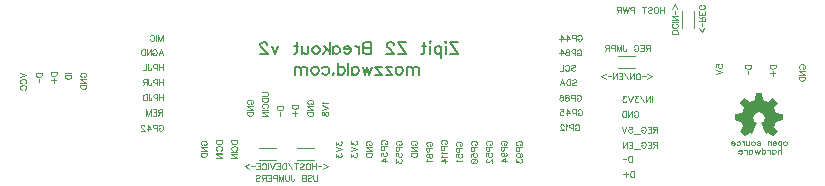
<source format=gbr>
G04 DipTrace 2.4.0.2*
%INBottomSilk.gbr*%
%MOIN*%
%ADD12C,0.003*%
%ADD38C,0.0039*%
%ADD91C,0.0062*%
%FSLAX44Y44*%
G04*
G70*
G90*
G75*
G01*
%LNBotSilk*%
%LPD*%
X13723Y5393D2*
D38*
X13163D1*
X13723Y4993D2*
X13163D1*
X14413D2*
X14973D1*
X14413Y5393D2*
X14973D1*
X27643Y9413D2*
Y9973D1*
X27243Y9413D2*
Y9973D1*
X25691Y8455D2*
X25130D1*
X25691Y8055D2*
X25130D1*
G36*
X29898Y6236D2*
X29945Y6264D1*
X29984Y6309D1*
X30004Y6360D1*
X30011Y6412D1*
X29998Y6479D1*
X29959Y6536D1*
X29902Y6579D1*
X29821Y6597D1*
X29742Y6579D1*
X29688Y6544D1*
X29648Y6483D1*
X29633Y6412D1*
X29642Y6352D1*
X29668Y6298D1*
X29701Y6263D1*
X29748Y6234D1*
X29586Y5870D1*
X29507Y5902D1*
X29339Y5792D1*
X29193Y5949D1*
X29305Y6121D1*
X29236Y6278D1*
X29031Y6320D1*
Y6529D1*
X29243Y6575D1*
X29310Y6724D1*
X29189Y6913D1*
X29333Y7059D1*
X29527Y6936D1*
X29674Y7002D1*
X29715Y7218D1*
X29929D1*
X29969Y6997D1*
X30119Y6938D1*
X30298Y7057D1*
X30453Y6914D1*
X30334Y6735D1*
X30405Y6580D1*
X30608Y6533D1*
Y6318D1*
X30405Y6271D1*
X30334Y6116D1*
X30453Y5938D1*
X30298Y5795D1*
X30131Y5902D1*
X30048Y5854D1*
X29898Y6236D1*
G37*
X9792Y8974D2*
D12*
Y9175D1*
X9869Y8974D1*
X9945Y9175D1*
Y8974D1*
X9731Y9175D2*
Y8974D1*
X9525Y9127D2*
X9535Y9146D1*
X9554Y9165D1*
X9573Y9175D1*
X9611D1*
X9631Y9165D1*
X9650Y9146D1*
X9659Y9127D1*
X9669Y9098D1*
Y9050D1*
X9659Y9022D1*
X9650Y9003D1*
X9631Y8984D1*
X9611Y8974D1*
X9573D1*
X9554Y8984D1*
X9535Y9003D1*
X9525Y9022D1*
X9808Y8493D2*
X9885Y8694D1*
X9962Y8493D1*
X9933Y8560D2*
X9837D1*
X9603Y8646D2*
X9613Y8665D1*
X9632Y8684D1*
X9651Y8694D1*
X9689D1*
X9708Y8684D1*
X9727Y8665D1*
X9737Y8646D1*
X9747Y8617D1*
Y8569D1*
X9737Y8541D1*
X9727Y8522D1*
X9708Y8503D1*
X9689Y8493D1*
X9651D1*
X9632Y8503D1*
X9613Y8522D1*
X9603Y8541D1*
Y8569D1*
X9651D1*
X9407Y8694D2*
Y8493D1*
X9541Y8694D1*
Y8493D1*
X9346Y8694D2*
Y8493D1*
X9279D1*
X9250Y8503D1*
X9231Y8522D1*
X9221Y8541D1*
X9212Y8569D1*
Y8617D1*
X9221Y8646D1*
X9231Y8665D1*
X9250Y8684D1*
X9279Y8694D1*
X9346D1*
X9940Y8186D2*
Y7985D1*
X9806Y8186D2*
Y7985D1*
X9940Y8091D2*
X9806D1*
X9744Y8081D2*
X9658D1*
X9629Y8091D1*
X9620Y8100D1*
X9610Y8119D1*
Y8148D1*
X9620Y8167D1*
X9629Y8177D1*
X9658Y8186D1*
X9744D1*
Y7985D1*
X9453Y8186D2*
Y8033D1*
X9462Y8005D1*
X9472Y7995D1*
X9491Y7985D1*
X9510D1*
X9529Y7995D1*
X9539Y8005D1*
X9548Y8033D1*
Y8052D1*
X9391Y8186D2*
Y7985D1*
X9276D1*
X9958Y7688D2*
Y7487D1*
X9824Y7688D2*
Y7487D1*
X9958Y7592D2*
X9824D1*
X9763Y7582D2*
X9676D1*
X9648Y7592D1*
X9638Y7602D1*
X9629Y7621D1*
Y7649D1*
X9638Y7668D1*
X9648Y7678D1*
X9676Y7688D1*
X9763D1*
Y7487D1*
X9471Y7688D2*
Y7535D1*
X9481Y7506D1*
X9490Y7496D1*
X9509Y7487D1*
X9529D1*
X9548Y7496D1*
X9557Y7506D1*
X9567Y7535D1*
Y7554D1*
X9409Y7592D2*
X9323D1*
X9295Y7602D1*
X9285Y7611D1*
X9275Y7630D1*
Y7649D1*
X9285Y7668D1*
X9295Y7678D1*
X9323Y7688D1*
X9409D1*
Y7487D1*
X9342Y7592D2*
X9275Y7487D1*
X9960Y7187D2*
Y6986D1*
X9826Y7187D2*
Y6986D1*
X9960Y7091D2*
X9826D1*
X9764Y7081D2*
X9678D1*
X9649Y7091D1*
X9640Y7101D1*
X9630Y7120D1*
Y7148D1*
X9640Y7167D1*
X9649Y7177D1*
X9678Y7187D1*
X9764D1*
Y6986D1*
X9473Y7187D2*
Y7034D1*
X9482Y7005D1*
X9492Y6995D1*
X9511Y6986D1*
X9530D1*
X9549Y6995D1*
X9559Y7005D1*
X9568Y7034D1*
Y7053D1*
X9411Y7187D2*
Y6986D1*
X9344D1*
X9315Y6995D1*
X9296Y7014D1*
X9286Y7034D1*
X9277Y7062D1*
Y7110D1*
X9286Y7139D1*
X9296Y7158D1*
X9315Y7177D1*
X9344Y7187D1*
X9411D1*
X9929Y6589D2*
X9843D1*
X9814Y6599D1*
X9805Y6608D1*
X9795Y6627D1*
Y6646D1*
X9805Y6665D1*
X9814Y6675D1*
X9843Y6685D1*
X9929D1*
Y6484D1*
X9862Y6589D2*
X9795Y6484D1*
X9609Y6685D2*
X9733D1*
Y6484D1*
X9609D1*
X9733Y6589D2*
X9657D1*
X9394Y6484D2*
Y6685D1*
X9471Y6484D1*
X9547Y6685D1*
Y6484D1*
X9808Y6137D2*
X9818Y6156D1*
X9837Y6175D1*
X9856Y6184D1*
X9894D1*
X9913Y6175D1*
X9932Y6156D1*
X9942Y6137D1*
X9952Y6108D1*
Y6060D1*
X9942Y6031D1*
X9932Y6012D1*
X9913Y5993D1*
X9894Y5984D1*
X9856D1*
X9837Y5993D1*
X9818Y6012D1*
X9808Y6031D1*
Y6060D1*
X9856D1*
X9746Y6079D2*
X9660D1*
X9632Y6089D1*
X9622Y6098D1*
X9612Y6117D1*
Y6146D1*
X9622Y6165D1*
X9632Y6175D1*
X9660Y6184D1*
X9746D1*
Y5984D1*
X9455D2*
Y6184D1*
X9551Y6051D1*
X9407D1*
X9336Y6137D2*
Y6146D1*
X9326Y6165D1*
X9317Y6175D1*
X9298Y6184D1*
X9259D1*
X9240Y6175D1*
X9231Y6165D1*
X9221Y6146D1*
Y6127D1*
X9231Y6108D1*
X9250Y6079D1*
X9345Y5984D1*
X9212D1*
X11262Y5493D2*
X11243Y5503D1*
X11223Y5522D1*
X11214Y5541D1*
Y5579D1*
X11223Y5599D1*
X11243Y5618D1*
X11262Y5627D1*
X11290Y5637D1*
X11338D1*
X11367Y5627D1*
X11386Y5618D1*
X11405Y5599D1*
X11415Y5579D1*
Y5541D1*
X11405Y5522D1*
X11386Y5503D1*
X11367Y5493D1*
X11338D1*
Y5541D1*
X11214Y5298D2*
X11415D1*
X11214Y5432D1*
X11415D1*
X11214Y5236D2*
X11415D1*
Y5169D1*
X11405Y5140D1*
X11386Y5121D1*
X11367Y5111D1*
X11338Y5102D1*
X11290D1*
X11262Y5111D1*
X11243Y5121D1*
X11223Y5140D1*
X11214Y5169D1*
Y5236D1*
X11720Y5652D2*
X11921D1*
Y5585D1*
X11912Y5556D1*
X11893Y5537D1*
X11873Y5528D1*
X11845Y5518D1*
X11797D1*
X11768Y5528D1*
X11749Y5537D1*
X11730Y5556D1*
X11720Y5585D1*
Y5652D1*
X11768Y5313D2*
X11749Y5322D1*
X11730Y5342D1*
X11720Y5361D1*
Y5399D1*
X11730Y5418D1*
X11749Y5437D1*
X11768Y5447D1*
X11797Y5456D1*
X11845D1*
X11873Y5447D1*
X11893Y5437D1*
X11912Y5418D1*
X11921Y5399D1*
Y5361D1*
X11912Y5342D1*
X11893Y5322D1*
X11873Y5313D1*
X11720Y5251D2*
X11921D1*
X11720Y5055D2*
X11921D1*
X11720Y5189D1*
X11921D1*
X12232Y5654D2*
X12433D1*
Y5587D1*
X12423Y5558D1*
X12404Y5539D1*
X12385Y5529D1*
X12356Y5520D1*
X12308D1*
X12279Y5529D1*
X12260Y5539D1*
X12241Y5558D1*
X12232Y5587D1*
Y5654D1*
X12279Y5315D2*
X12260Y5324D1*
X12241Y5343D1*
X12232Y5362D1*
Y5401D1*
X12241Y5420D1*
X12260Y5439D1*
X12279Y5448D1*
X12308Y5458D1*
X12356D1*
X12385Y5448D1*
X12404Y5439D1*
X12423Y5420D1*
X12433Y5401D1*
Y5362D1*
X12423Y5343D1*
X12404Y5324D1*
X12385Y5315D1*
X12232Y5253D2*
X12433D1*
X12232Y5057D2*
X12433D1*
X12232Y5191D1*
X12433D1*
X12806Y6871D2*
X12787Y6880D1*
X12768Y6900D1*
X12758Y6919D1*
Y6957D1*
X12768Y6976D1*
X12787Y6995D1*
X12806Y7005D1*
X12835Y7014D1*
X12883D1*
X12911Y7005D1*
X12930Y6995D1*
X12950Y6976D1*
X12959Y6957D1*
Y6919D1*
X12950Y6900D1*
X12930Y6880D1*
X12911Y6871D1*
X12883D1*
Y6919D1*
X12758Y6675D2*
X12959D1*
X12758Y6809D1*
X12959D1*
X12758Y6613D2*
X12959D1*
Y6546D1*
X12950Y6518D1*
X12930Y6498D1*
X12911Y6489D1*
X12883Y6479D1*
X12835D1*
X12806Y6489D1*
X12787Y6498D1*
X12768Y6518D1*
X12758Y6546D1*
Y6613D1*
X13259Y7271D2*
X13402D1*
X13431Y7261D1*
X13450Y7242D1*
X13460Y7213D1*
Y7194D1*
X13450Y7166D1*
X13431Y7146D1*
X13402Y7137D1*
X13259D1*
Y7075D2*
X13460D1*
Y7008D1*
X13450Y6979D1*
X13431Y6960D1*
X13412Y6951D1*
X13383Y6941D1*
X13335D1*
X13307Y6951D1*
X13288Y6960D1*
X13268Y6979D1*
X13259Y7008D1*
Y7075D1*
X13307Y6736D2*
X13288Y6745D1*
X13268Y6765D1*
X13259Y6784D1*
Y6822D1*
X13268Y6841D1*
X13288Y6860D1*
X13307Y6870D1*
X13335Y6879D1*
X13383D1*
X13412Y6870D1*
X13431Y6860D1*
X13450Y6841D1*
X13460Y6822D1*
Y6784D1*
X13450Y6765D1*
X13431Y6745D1*
X13412Y6736D1*
X13259Y6674D2*
X13460D1*
X13259Y6478D2*
X13460D1*
X13259Y6612D1*
X13460D1*
X13751Y6787D2*
X13952D1*
Y6720D1*
X13942Y6692D1*
X13923Y6673D1*
X13904Y6663D1*
X13875Y6653D1*
X13827D1*
X13798Y6663D1*
X13779Y6673D1*
X13760Y6692D1*
X13751Y6720D1*
Y6787D1*
X13851Y6592D2*
Y6481D1*
X14249Y6843D2*
X14450D1*
Y6776D1*
X14440Y6747D1*
X14421Y6728D1*
X14402Y6718D1*
X14373Y6709D1*
X14325D1*
X14297Y6718D1*
X14277Y6728D1*
X14258Y6747D1*
X14249Y6776D1*
Y6843D1*
X14263Y6561D2*
X14435D1*
X14349Y6647D2*
Y6475D1*
X14814Y6858D2*
X14795Y6868D1*
X14776Y6887D1*
X14766Y6906D1*
Y6944D1*
X14776Y6963D1*
X14795Y6982D1*
X14814Y6992D1*
X14843Y7002D1*
X14891D1*
X14919Y6992D1*
X14939Y6982D1*
X14958Y6963D1*
X14967Y6944D1*
Y6906D1*
X14958Y6887D1*
X14939Y6868D1*
X14919Y6858D1*
X14891D1*
Y6906D1*
X14766Y6662D2*
X14967D1*
X14766Y6796D1*
X14967D1*
X14766Y6601D2*
X14967D1*
Y6534D1*
X14958Y6505D1*
X14939Y6486D1*
X14919Y6476D1*
X14891Y6467D1*
X14843D1*
X14814Y6476D1*
X14795Y6486D1*
X14776Y6505D1*
X14766Y6534D1*
Y6601D1*
X15298Y6935D2*
X15288Y6915D1*
X15260Y6887D1*
X15461D1*
X15260Y6825D2*
X15461Y6748D1*
X15260Y6672D1*
Y6562D2*
X15269Y6591D1*
X15288Y6601D1*
X15308D1*
X15327Y6591D1*
X15336Y6572D1*
X15346Y6534D1*
X15355Y6505D1*
X15375Y6486D1*
X15394Y6476D1*
X15422D1*
X15441Y6486D1*
X15451Y6495D1*
X15461Y6524D1*
Y6562D1*
X15451Y6591D1*
X15441Y6601D1*
X15422Y6610D1*
X15394D1*
X15375Y6601D1*
X15355Y6581D1*
X15346Y6553D1*
X15336Y6515D1*
X15327Y6495D1*
X15308Y6486D1*
X15288D1*
X15269Y6495D1*
X15260Y6524D1*
Y6562D1*
X15712Y5615D2*
Y5510D1*
X15789Y5567D1*
Y5539D1*
X15798Y5520D1*
X15808Y5510D1*
X15836Y5500D1*
X15855D1*
X15884Y5510D1*
X15903Y5529D1*
X15913Y5558D1*
Y5587D1*
X15903Y5615D1*
X15894Y5625D1*
X15875Y5634D1*
X15712Y5439D2*
X15913Y5362D1*
X15712Y5286D1*
Y5205D2*
Y5100D1*
X15789Y5157D1*
Y5128D1*
X15798Y5109D1*
X15808Y5100D1*
X15836Y5090D1*
X15855D1*
X15884Y5100D1*
X15903Y5119D1*
X15913Y5147D1*
Y5176D1*
X15903Y5205D1*
X15894Y5214D1*
X15875Y5224D1*
X16227Y5623D2*
Y5518D1*
X16303Y5575D1*
Y5547D1*
X16313Y5528D1*
X16323Y5518D1*
X16351Y5508D1*
X16370D1*
X16399Y5518D1*
X16418Y5537D1*
X16428Y5566D1*
Y5595D1*
X16418Y5623D1*
X16409Y5633D1*
X16389Y5642D1*
X16227Y5447D2*
X16428Y5370D1*
X16227Y5294D1*
Y5213D2*
Y5108D1*
X16303Y5165D1*
Y5136D1*
X16313Y5117D1*
X16323Y5108D1*
X16351Y5098D1*
X16370D1*
X16399Y5108D1*
X16418Y5127D1*
X16428Y5155D1*
Y5184D1*
X16418Y5213D1*
X16409Y5222D1*
X16389Y5232D1*
X16761Y5489D2*
X16742Y5498D1*
X16723Y5517D1*
X16714Y5536D1*
Y5575D1*
X16723Y5594D1*
X16742Y5613D1*
X16761Y5623D1*
X16790Y5632D1*
X16838D1*
X16867Y5623D1*
X16886Y5613D1*
X16905Y5594D1*
X16914Y5575D1*
Y5536D1*
X16905Y5517D1*
X16886Y5498D1*
X16867Y5489D1*
X16838D1*
Y5536D1*
X16714Y5293D2*
X16914D1*
X16714Y5427D1*
X16914D1*
X16714Y5231D2*
X16914D1*
Y5164D1*
X16905Y5135D1*
X16886Y5116D1*
X16867Y5107D1*
X16838Y5097D1*
X16790D1*
X16761Y5107D1*
X16742Y5116D1*
X16723Y5135D1*
X16714Y5164D1*
Y5231D1*
X17264Y5518D2*
X17245Y5527D1*
X17226Y5546D1*
X17217Y5565D1*
Y5604D1*
X17226Y5623D1*
X17245Y5642D1*
X17264Y5652D1*
X17293Y5661D1*
X17341D1*
X17370Y5652D1*
X17389Y5642D1*
X17408Y5623D1*
X17418Y5604D1*
Y5565D1*
X17408Y5546D1*
X17389Y5527D1*
X17370Y5518D1*
X17341D1*
Y5565D1*
X17322Y5456D2*
Y5370D1*
X17312Y5341D1*
X17303Y5332D1*
X17284Y5322D1*
X17255D1*
X17236Y5332D1*
X17226Y5341D1*
X17217Y5370D1*
Y5456D1*
X17418D1*
X17217Y5146D2*
Y5241D1*
X17303Y5251D1*
X17293Y5241D1*
X17284Y5212D1*
Y5184D1*
X17293Y5155D1*
X17312Y5136D1*
X17341Y5126D1*
X17360D1*
X17389Y5136D1*
X17408Y5155D1*
X17418Y5184D1*
Y5212D1*
X17408Y5241D1*
X17398Y5251D1*
X17379Y5260D1*
X17418Y4969D2*
X17217D1*
X17351Y5065D1*
Y4921D1*
X18272Y5494D2*
X18253Y5503D1*
X18234Y5522D1*
X18224Y5541D1*
Y5580D1*
X18234Y5599D1*
X18253Y5618D1*
X18272Y5628D1*
X18301Y5637D1*
X18349D1*
X18377Y5628D1*
X18396Y5618D1*
X18415Y5599D1*
X18425Y5580D1*
Y5541D1*
X18415Y5522D1*
X18396Y5503D1*
X18377Y5494D1*
X18349D1*
Y5541D1*
X18224Y5298D2*
X18425D1*
X18224Y5432D1*
X18425D1*
X18224Y5236D2*
X18425D1*
Y5169D1*
X18415Y5140D1*
X18396Y5121D1*
X18377Y5112D1*
X18349Y5102D1*
X18301D1*
X18272Y5112D1*
X18253Y5121D1*
X18234Y5140D1*
X18224Y5169D1*
Y5236D1*
X17761Y5494D2*
X17742Y5504D1*
X17722Y5523D1*
X17713Y5542D1*
Y5580D1*
X17722Y5600D1*
X17742Y5619D1*
X17761Y5628D1*
X17789Y5638D1*
X17837D1*
X17866Y5628D1*
X17885Y5619D1*
X17904Y5600D1*
X17914Y5580D1*
Y5542D1*
X17904Y5523D1*
X17885Y5504D1*
X17866Y5494D1*
X17837D1*
Y5542D1*
X17818Y5433D2*
Y5346D1*
X17809Y5318D1*
X17799Y5308D1*
X17780Y5299D1*
X17751D1*
X17732Y5308D1*
X17722Y5318D1*
X17713Y5346D1*
Y5433D1*
X17914D1*
X17713Y5122D2*
Y5218D1*
X17799Y5227D1*
X17790Y5218D1*
X17780Y5189D1*
Y5160D1*
X17790Y5132D1*
X17809Y5112D1*
X17837Y5103D1*
X17856D1*
X17885Y5112D1*
X17904Y5132D1*
X17914Y5160D1*
Y5189D1*
X17904Y5218D1*
X17895Y5227D1*
X17876Y5237D1*
X17713Y5022D2*
Y4917D1*
X17790Y4974D1*
Y4945D1*
X17799Y4926D1*
X17809Y4917D1*
X17837Y4907D1*
X17856D1*
X17885Y4917D1*
X17904Y4936D1*
X17914Y4965D1*
Y4993D1*
X17904Y5022D1*
X17895Y5031D1*
X17876Y5041D1*
X18780Y5472D2*
X18761Y5481D1*
X18742Y5500D1*
X18732Y5519D1*
Y5558D1*
X18742Y5577D1*
X18761Y5596D1*
X18780Y5606D1*
X18809Y5615D1*
X18856D1*
X18885Y5606D1*
X18904Y5596D1*
X18923Y5577D1*
X18933Y5558D1*
Y5519D1*
X18923Y5500D1*
X18904Y5481D1*
X18885Y5472D1*
X18856D1*
Y5519D1*
X18837Y5410D2*
Y5324D1*
X18828Y5295D1*
X18818Y5285D1*
X18799Y5276D1*
X18770D1*
X18751Y5285D1*
X18742Y5295D1*
X18732Y5324D1*
Y5410D1*
X18933D1*
X18732Y5166D2*
X18742Y5195D1*
X18761Y5205D1*
X18780D1*
X18799Y5195D1*
X18809Y5176D1*
X18818Y5138D1*
X18828Y5109D1*
X18847Y5090D1*
X18866Y5080D1*
X18895D1*
X18914Y5090D1*
X18923Y5099D1*
X18933Y5128D1*
Y5166D1*
X18923Y5195D1*
X18914Y5205D1*
X18895Y5214D1*
X18866D1*
X18847Y5205D1*
X18828Y5185D1*
X18818Y5157D1*
X18809Y5119D1*
X18799Y5099D1*
X18780Y5090D1*
X18761D1*
X18742Y5099D1*
X18732Y5128D1*
Y5166D1*
X18770Y5019D2*
X18761Y4999D1*
X18732Y4971D1*
X18933D1*
X19271Y5524D2*
X19252Y5534D1*
X19233Y5553D1*
X19224Y5572D1*
Y5610D1*
X19233Y5629D1*
X19252Y5648D1*
X19271Y5658D1*
X19300Y5668D1*
X19348D1*
X19377Y5658D1*
X19396Y5648D1*
X19415Y5629D1*
X19425Y5610D1*
Y5572D1*
X19415Y5553D1*
X19396Y5534D1*
X19377Y5524D1*
X19348D1*
Y5572D1*
X19329Y5462D2*
Y5376D1*
X19319Y5348D1*
X19310Y5338D1*
X19291Y5328D1*
X19262D1*
X19243Y5338D1*
X19233Y5348D1*
X19224Y5376D1*
Y5462D1*
X19425D1*
X19262Y5267D2*
X19252Y5247D1*
X19224Y5219D1*
X19425D1*
X19262Y5157D2*
X19252Y5138D1*
X19224Y5109D1*
X19425D1*
Y4952D2*
X19224D1*
X19358Y5047D1*
Y4904D1*
X19768Y5470D2*
X19749Y5480D1*
X19730Y5499D1*
X19720Y5518D1*
Y5556D1*
X19730Y5575D1*
X19749Y5594D1*
X19768Y5604D1*
X19797Y5614D1*
X19845D1*
X19873Y5604D1*
X19892Y5594D1*
X19911Y5575D1*
X19921Y5556D1*
Y5518D1*
X19911Y5499D1*
X19892Y5480D1*
X19873Y5470D1*
X19845D1*
Y5518D1*
X19825Y5408D2*
Y5322D1*
X19816Y5294D1*
X19806Y5284D1*
X19787Y5274D1*
X19758D1*
X19739Y5284D1*
X19730Y5294D1*
X19720Y5322D1*
Y5408D1*
X19921D1*
X19720Y5098D2*
Y5193D1*
X19806Y5203D1*
X19797Y5193D1*
X19787Y5165D1*
Y5136D1*
X19797Y5107D1*
X19816Y5088D1*
X19845Y5079D1*
X19864D1*
X19892Y5088D1*
X19912Y5107D1*
X19921Y5136D1*
Y5165D1*
X19912Y5193D1*
X19902Y5203D1*
X19883Y5213D1*
X19759Y5017D2*
X19749Y4998D1*
X19720Y4969D1*
X19921D1*
X20269Y5489D2*
X20250Y5499D1*
X20231Y5518D1*
X20222Y5537D1*
Y5575D1*
X20231Y5595D1*
X20250Y5614D1*
X20269Y5623D1*
X20298Y5633D1*
X20346D1*
X20375Y5623D1*
X20394Y5614D1*
X20413Y5595D1*
X20423Y5575D1*
Y5537D1*
X20413Y5518D1*
X20394Y5499D1*
X20375Y5489D1*
X20346D1*
Y5537D1*
X20327Y5428D2*
Y5341D1*
X20317Y5313D1*
X20308Y5303D1*
X20289Y5294D1*
X20260D1*
X20241Y5303D1*
X20231Y5313D1*
X20222Y5341D1*
Y5428D1*
X20423D1*
X20222Y5117D2*
Y5213D1*
X20308Y5222D1*
X20298Y5213D1*
X20289Y5184D1*
Y5155D1*
X20298Y5127D1*
X20317Y5107D1*
X20346Y5098D1*
X20365D1*
X20394Y5107D1*
X20413Y5127D1*
X20423Y5155D1*
Y5184D1*
X20413Y5213D1*
X20403Y5222D1*
X20384Y5232D1*
X20222Y4979D2*
X20231Y5007D1*
X20260Y5027D1*
X20308Y5036D1*
X20337D1*
X20384Y5027D1*
X20413Y5007D1*
X20423Y4979D1*
Y4960D1*
X20413Y4931D1*
X20384Y4912D1*
X20337Y4902D1*
X20308D1*
X20260Y4912D1*
X20231Y4931D1*
X20222Y4960D1*
Y4979D1*
X20260Y4912D2*
X20384Y5027D1*
X20769Y5497D2*
X20750Y5507D1*
X20731Y5526D1*
X20721Y5545D1*
Y5583D1*
X20731Y5603D1*
X20750Y5622D1*
X20769Y5631D1*
X20798Y5641D1*
X20846D1*
X20874Y5631D1*
X20894Y5622D1*
X20913Y5603D1*
X20922Y5583D1*
Y5545D1*
X20913Y5526D1*
X20894Y5507D1*
X20874Y5497D1*
X20846D1*
Y5545D1*
X20827Y5436D2*
Y5349D1*
X20817Y5321D1*
X20807Y5311D1*
X20788Y5302D1*
X20760D1*
X20741Y5311D1*
X20731Y5321D1*
X20721Y5349D1*
Y5436D1*
X20922D1*
X20722Y5125D2*
Y5221D1*
X20808Y5230D1*
X20798Y5221D1*
X20788Y5192D1*
Y5163D1*
X20798Y5135D1*
X20817Y5115D1*
X20846Y5106D1*
X20865D1*
X20894Y5115D1*
X20913Y5135D1*
X20922Y5163D1*
Y5192D1*
X20913Y5221D1*
X20903Y5230D1*
X20884Y5240D1*
X20769Y5034D2*
X20760D1*
X20741Y5025D1*
X20731Y5015D1*
X20722Y4996D1*
Y4958D1*
X20731Y4939D1*
X20741Y4929D1*
X20760Y4920D1*
X20779D1*
X20798Y4929D1*
X20827Y4948D1*
X20922Y5044D1*
Y4910D1*
X21259Y5505D2*
X21240Y5515D1*
X21221Y5534D1*
X21211Y5553D1*
Y5591D1*
X21221Y5611D1*
X21240Y5630D1*
X21259Y5639D1*
X21288Y5649D1*
X21336D1*
X21364Y5639D1*
X21384Y5630D1*
X21403Y5611D1*
X21412Y5591D1*
Y5553D1*
X21403Y5534D1*
X21384Y5515D1*
X21364Y5505D1*
X21336D1*
Y5553D1*
X21317Y5444D2*
Y5357D1*
X21307Y5329D1*
X21297Y5319D1*
X21278Y5310D1*
X21250D1*
X21231Y5319D1*
X21221Y5329D1*
X21211Y5357D1*
Y5444D1*
X21412D1*
X21278Y5123D2*
X21307Y5133D1*
X21326Y5152D1*
X21336Y5181D1*
Y5190D1*
X21326Y5219D1*
X21307Y5238D1*
X21278Y5248D1*
X21269D1*
X21240Y5238D1*
X21221Y5219D1*
X21212Y5190D1*
Y5181D1*
X21221Y5152D1*
X21240Y5133D1*
X21278Y5123D1*
X21326D1*
X21374Y5133D1*
X21403Y5152D1*
X21412Y5181D1*
Y5200D1*
X21403Y5229D1*
X21384Y5238D1*
X21412Y4966D2*
X21212D1*
X21345Y5062D1*
Y4918D1*
X21774Y5486D2*
X21755Y5496D1*
X21735Y5515D1*
X21726Y5534D1*
Y5572D1*
X21735Y5591D1*
X21755Y5610D1*
X21774Y5620D1*
X21802Y5630D1*
X21850D1*
X21879Y5620D1*
X21898Y5610D1*
X21917Y5591D1*
X21927Y5572D1*
Y5534D1*
X21917Y5515D1*
X21898Y5496D1*
X21879Y5486D1*
X21850D1*
Y5534D1*
X21831Y5424D2*
Y5338D1*
X21822Y5310D1*
X21812Y5300D1*
X21793Y5290D1*
X21764D1*
X21745Y5300D1*
X21735Y5310D1*
X21726Y5338D1*
Y5424D1*
X21927D1*
X21793Y5104D2*
X21822Y5114D1*
X21841Y5133D1*
X21850Y5162D1*
Y5171D1*
X21841Y5200D1*
X21822Y5219D1*
X21793Y5229D1*
X21783D1*
X21755Y5219D1*
X21736Y5200D1*
X21726Y5171D1*
Y5162D1*
X21736Y5133D1*
X21755Y5114D1*
X21793Y5104D1*
X21841D1*
X21889Y5114D1*
X21917Y5133D1*
X21927Y5162D1*
Y5181D1*
X21917Y5209D1*
X21898Y5219D1*
X21726Y5023D2*
Y4918D1*
X21803Y4975D1*
Y4947D1*
X21812Y4928D1*
X21822Y4918D1*
X21850Y4908D1*
X21869D1*
X21898Y4918D1*
X21917Y4937D1*
X21927Y4966D1*
Y4995D1*
X21917Y5023D1*
X21908Y5033D1*
X21889Y5042D1*
X23690Y6139D2*
X23699Y6158D1*
X23718Y6177D1*
X23737Y6187D1*
X23776D1*
X23795Y6177D1*
X23814Y6158D1*
X23824Y6139D1*
X23833Y6110D1*
Y6062D1*
X23824Y6034D1*
X23814Y6015D1*
X23795Y5996D1*
X23776Y5986D1*
X23737D1*
X23718Y5996D1*
X23699Y6015D1*
X23690Y6034D1*
Y6062D1*
X23737D1*
X23628Y6082D2*
X23542D1*
X23513Y6091D1*
X23504Y6101D1*
X23494Y6120D1*
Y6149D1*
X23504Y6168D1*
X23513Y6177D1*
X23542Y6187D1*
X23628D1*
Y5986D1*
X23432Y6148D2*
X23413Y6158D1*
X23384Y6187D1*
Y5986D1*
X23313Y6139D2*
Y6148D1*
X23303Y6168D1*
X23294Y6177D1*
X23275Y6187D1*
X23236D1*
X23217Y6177D1*
X23208Y6168D1*
X23198Y6148D1*
Y6129D1*
X23208Y6110D1*
X23227Y6082D1*
X23323Y5986D1*
X23189D1*
X23773Y6641D2*
X23782Y6660D1*
X23802Y6679D1*
X23821Y6688D1*
X23859D1*
X23878Y6679D1*
X23897Y6660D1*
X23907Y6641D1*
X23916Y6612D1*
Y6564D1*
X23907Y6535D1*
X23897Y6516D1*
X23878Y6497D1*
X23859Y6487D1*
X23821D1*
X23802Y6497D1*
X23782Y6516D1*
X23773Y6535D1*
Y6564D1*
X23821D1*
X23711Y6583D2*
X23625D1*
X23596Y6593D1*
X23587Y6602D1*
X23577Y6621D1*
Y6650D1*
X23587Y6669D1*
X23596Y6679D1*
X23625Y6688D1*
X23711D1*
Y6487D1*
X23420D2*
Y6688D1*
X23515Y6554D1*
X23372D1*
X23195Y6688D2*
X23291D1*
X23300Y6602D1*
X23291Y6612D1*
X23262Y6621D1*
X23234D1*
X23205Y6612D1*
X23186Y6593D1*
X23176Y6564D1*
Y6545D1*
X23186Y6516D1*
X23205Y6497D1*
X23234Y6487D1*
X23262D1*
X23291Y6497D1*
X23300Y6507D1*
X23310Y6526D1*
X23740Y7129D2*
X23750Y7148D1*
X23769Y7167D1*
X23788Y7177D1*
X23826D1*
X23846Y7167D1*
X23865Y7148D1*
X23874Y7129D1*
X23884Y7100D1*
Y7052D1*
X23874Y7024D1*
X23865Y7004D1*
X23846Y6985D1*
X23826Y6976D1*
X23788D1*
X23769Y6985D1*
X23750Y7004D1*
X23740Y7024D1*
Y7052D1*
X23788D1*
X23679Y7071D2*
X23592D1*
X23564Y7081D1*
X23554Y7091D1*
X23545Y7110D1*
Y7138D1*
X23554Y7157D1*
X23564Y7167D1*
X23592Y7177D1*
X23679D1*
Y6976D1*
X23435Y7176D2*
X23464Y7167D1*
X23473Y7148D1*
Y7129D1*
X23464Y7110D1*
X23445Y7100D1*
X23406Y7090D1*
X23378Y7081D1*
X23359Y7062D1*
X23349Y7043D1*
Y7014D1*
X23359Y6995D1*
X23368Y6985D1*
X23397Y6976D1*
X23435D1*
X23464Y6985D1*
X23473Y6995D1*
X23483Y7014D1*
Y7043D1*
X23473Y7062D1*
X23454Y7081D1*
X23426Y7090D1*
X23387Y7100D1*
X23368Y7110D1*
X23359Y7129D1*
Y7148D1*
X23368Y7167D1*
X23397Y7176D1*
X23435D1*
X23173Y7148D2*
X23182Y7167D1*
X23211Y7176D1*
X23230D1*
X23259Y7167D1*
X23278Y7138D1*
X23287Y7090D1*
Y7043D1*
X23278Y7004D1*
X23259Y6985D1*
X23230Y6976D1*
X23220D1*
X23192Y6985D1*
X23173Y7004D1*
X23163Y7033D1*
Y7043D1*
X23173Y7071D1*
X23192Y7090D1*
X23220Y7100D1*
X23230D1*
X23259Y7090D1*
X23278Y7071D1*
X23287Y7043D1*
X23593Y7657D2*
X23612Y7677D1*
X23641Y7686D1*
X23679D1*
X23708Y7677D1*
X23727Y7657D1*
Y7638D1*
X23718Y7619D1*
X23708Y7610D1*
X23689Y7600D1*
X23632Y7581D1*
X23612Y7571D1*
X23603Y7562D1*
X23593Y7543D1*
Y7514D1*
X23612Y7495D1*
X23641Y7485D1*
X23679D1*
X23708Y7495D1*
X23727Y7514D1*
X23532Y7686D2*
Y7485D1*
X23465D1*
X23436Y7495D1*
X23417Y7514D1*
X23407Y7533D1*
X23398Y7562D1*
Y7610D1*
X23407Y7638D1*
X23417Y7657D1*
X23436Y7677D1*
X23465Y7686D1*
X23532D1*
X23183Y7485D2*
X23259Y7686D1*
X23336Y7485D1*
X23307Y7552D2*
X23211D1*
X23559Y8151D2*
X23578Y8170D1*
X23607Y8180D1*
X23645D1*
X23674Y8170D1*
X23693Y8151D1*
Y8132D1*
X23684Y8113D1*
X23674Y8103D1*
X23655Y8094D1*
X23598Y8074D1*
X23578Y8065D1*
X23569Y8055D1*
X23559Y8036D1*
Y8007D1*
X23578Y7988D1*
X23607Y7979D1*
X23645D1*
X23674Y7988D1*
X23693Y8007D1*
X23354Y8132D2*
X23364Y8151D1*
X23383Y8170D1*
X23402Y8180D1*
X23440D1*
X23459Y8170D1*
X23478Y8151D1*
X23488Y8132D1*
X23498Y8103D1*
Y8055D1*
X23488Y8027D1*
X23478Y8007D1*
X23459Y7988D1*
X23440Y7979D1*
X23402D1*
X23383Y7988D1*
X23364Y8007D1*
X23354Y8027D1*
X23292Y8180D2*
Y7979D1*
X23178D1*
X23760Y8640D2*
X23769Y8659D1*
X23788Y8678D1*
X23807Y8687D1*
X23846D1*
X23865Y8678D1*
X23884Y8659D1*
X23894Y8640D1*
X23903Y8611D1*
Y8563D1*
X23894Y8534D1*
X23884Y8515D1*
X23865Y8496D1*
X23846Y8486D1*
X23807D1*
X23788Y8496D1*
X23769Y8515D1*
X23760Y8534D1*
Y8563D1*
X23807D1*
X23698Y8582D2*
X23612D1*
X23583Y8592D1*
X23573Y8601D1*
X23564Y8620D1*
Y8649D1*
X23573Y8668D1*
X23583Y8678D1*
X23612Y8687D1*
X23698D1*
Y8486D1*
X23454Y8687D2*
X23483Y8678D1*
X23493Y8659D1*
Y8639D1*
X23483Y8620D1*
X23464Y8611D1*
X23426Y8601D1*
X23397Y8592D1*
X23378Y8572D1*
X23368Y8553D1*
Y8525D1*
X23378Y8506D1*
X23387Y8496D1*
X23416Y8486D1*
X23454D1*
X23483Y8496D1*
X23493Y8506D1*
X23502Y8525D1*
Y8553D1*
X23493Y8572D1*
X23473Y8592D1*
X23445Y8601D1*
X23407Y8611D1*
X23387Y8620D1*
X23378Y8639D1*
Y8659D1*
X23387Y8678D1*
X23416Y8687D1*
X23454D1*
X23211Y8486D2*
Y8687D1*
X23307Y8553D1*
X23163D1*
X23771Y9128D2*
X23780Y9147D1*
X23800Y9166D1*
X23819Y9176D1*
X23857D1*
X23876Y9166D1*
X23895Y9147D1*
X23905Y9128D1*
X23914Y9099D1*
Y9051D1*
X23905Y9023D1*
X23895Y9004D1*
X23876Y8985D1*
X23857Y8975D1*
X23819D1*
X23800Y8985D1*
X23780Y9004D1*
X23771Y9023D1*
Y9051D1*
X23819D1*
X23709Y9071D2*
X23623D1*
X23594Y9080D1*
X23585Y9090D1*
X23575Y9109D1*
Y9138D1*
X23585Y9157D1*
X23594Y9166D1*
X23623Y9176D1*
X23709D1*
Y8975D1*
X23418D2*
Y9176D1*
X23513Y9042D1*
X23370D1*
X23213Y8975D2*
Y9176D1*
X23308Y9042D1*
X23165D1*
X15105Y4499D2*
Y4356D1*
X15095Y4327D1*
X15076Y4308D1*
X15048Y4298D1*
X15029D1*
X15000Y4308D1*
X14981Y4327D1*
X14971Y4356D1*
Y4499D1*
X14775Y4471D2*
X14794Y4490D1*
X14823Y4499D1*
X14861D1*
X14890Y4490D1*
X14909Y4471D1*
Y4452D1*
X14900Y4432D1*
X14890Y4423D1*
X14871Y4413D1*
X14814Y4394D1*
X14794Y4385D1*
X14785Y4375D1*
X14775Y4356D1*
Y4327D1*
X14794Y4308D1*
X14823Y4298D1*
X14861D1*
X14890Y4308D1*
X14909Y4327D1*
X14714Y4499D2*
Y4298D1*
X14627D1*
X14599Y4308D1*
X14589Y4318D1*
X14580Y4337D1*
Y4365D1*
X14589Y4385D1*
X14599Y4394D1*
X14627Y4404D1*
X14599Y4413D1*
X14589Y4423D1*
X14580Y4442D1*
Y4461D1*
X14589Y4480D1*
X14599Y4490D1*
X14627Y4499D1*
X14714D1*
Y4404D2*
X14627D1*
X14228Y4499D2*
Y4346D1*
X14237Y4318D1*
X14247Y4308D1*
X14266Y4298D1*
X14285D1*
X14304Y4308D1*
X14314Y4318D1*
X14323Y4346D1*
Y4365D1*
X14166Y4499D2*
Y4356D1*
X14156Y4327D1*
X14137Y4308D1*
X14108Y4298D1*
X14089D1*
X14061Y4308D1*
X14041Y4327D1*
X14032Y4356D1*
Y4499D1*
X13817Y4298D2*
Y4499D1*
X13894Y4298D1*
X13970Y4499D1*
Y4298D1*
X13755Y4394D2*
X13669D1*
X13641Y4404D1*
X13631Y4413D1*
X13621Y4432D1*
Y4461D1*
X13631Y4480D1*
X13641Y4490D1*
X13669Y4499D1*
X13755D1*
Y4298D1*
X13435Y4499D2*
X13560D1*
Y4298D1*
X13435D1*
X13560Y4404D2*
X13483D1*
X13374D2*
X13288D1*
X13259Y4413D1*
X13249Y4423D1*
X13240Y4442D1*
Y4461D1*
X13249Y4480D1*
X13259Y4490D1*
X13288Y4499D1*
X13374D1*
Y4298D1*
X13307Y4404D2*
X13240Y4298D1*
X13044Y4471D2*
X13063Y4490D1*
X13092Y4499D1*
X13130D1*
X13159Y4490D1*
X13178Y4471D1*
Y4452D1*
X13168Y4432D1*
X13159Y4423D1*
X13140Y4413D1*
X13082Y4394D1*
X13063Y4385D1*
X13054Y4375D1*
X13044Y4356D1*
Y4327D1*
X13063Y4308D1*
X13092Y4298D1*
X13130D1*
X13159Y4308D1*
X13178Y4327D1*
X15289Y4874D2*
X15442Y4788D1*
X15289Y4702D1*
X15227Y4788D2*
X15117D1*
X15055Y4889D2*
Y4688D1*
X14921Y4889D2*
Y4688D1*
X15055Y4793D2*
X14921D1*
X14802Y4889D2*
X14821Y4879D1*
X14840Y4860D1*
X14850Y4841D1*
X14859Y4812D1*
Y4764D1*
X14850Y4736D1*
X14840Y4717D1*
X14821Y4698D1*
X14802Y4688D1*
X14763D1*
X14744Y4698D1*
X14725Y4717D1*
X14716Y4736D1*
X14706Y4764D1*
Y4812D1*
X14716Y4841D1*
X14725Y4860D1*
X14744Y4879D1*
X14763Y4889D1*
X14802D1*
X14510Y4860D2*
X14529Y4879D1*
X14558Y4889D1*
X14596D1*
X14625Y4879D1*
X14644Y4860D1*
Y4841D1*
X14635Y4822D1*
X14625Y4812D1*
X14606Y4803D1*
X14549Y4784D1*
X14529Y4774D1*
X14520Y4764D1*
X14510Y4745D1*
Y4717D1*
X14529Y4698D1*
X14558Y4688D1*
X14596D1*
X14625Y4698D1*
X14644Y4717D1*
X14382Y4889D2*
Y4688D1*
X14449Y4889D2*
X14315D1*
X14253Y4688D2*
X14119Y4889D1*
X14057D2*
Y4688D1*
X13990D1*
X13962Y4698D1*
X13942Y4717D1*
X13933Y4736D1*
X13923Y4764D1*
Y4812D1*
X13933Y4841D1*
X13942Y4860D1*
X13962Y4879D1*
X13990Y4889D1*
X14057D1*
X13737D2*
X13861D1*
Y4688D1*
X13737D1*
X13861Y4793D2*
X13785D1*
X13675Y4889D2*
X13599Y4688D1*
X13523Y4889D1*
X13461D2*
Y4688D1*
X13256Y4841D2*
X13265Y4860D1*
X13284Y4879D1*
X13303Y4889D1*
X13342D1*
X13361Y4879D1*
X13380Y4860D1*
X13389Y4841D1*
X13399Y4812D1*
Y4764D1*
X13389Y4736D1*
X13380Y4717D1*
X13361Y4698D1*
X13342Y4688D1*
X13303D1*
X13284Y4698D1*
X13265Y4717D1*
X13256Y4736D1*
X13070Y4889D2*
X13194D1*
Y4688D1*
X13070D1*
X13194Y4793D2*
X13117D1*
X13008Y4788D2*
X12897D1*
X12835Y4874D2*
X12682Y4788D1*
X12835Y4702D1*
X26665Y10101D2*
Y9900D1*
X26531Y10101D2*
Y9900D1*
X26665Y10006D2*
X26531D1*
X26412Y10101D2*
X26431Y10092D1*
X26450Y10072D1*
X26460Y10053D1*
X26470Y10025D1*
Y9977D1*
X26460Y9948D1*
X26450Y9929D1*
X26431Y9910D1*
X26412Y9900D1*
X26374D1*
X26355Y9910D1*
X26336Y9929D1*
X26326Y9948D1*
X26317Y9977D1*
Y10025D1*
X26326Y10053D1*
X26336Y10072D1*
X26355Y10092D1*
X26374Y10101D1*
X26412D1*
X26121Y10072D2*
X26140Y10092D1*
X26169Y10101D1*
X26207D1*
X26236Y10092D1*
X26255Y10072D1*
Y10053D1*
X26245Y10034D1*
X26236Y10025D1*
X26217Y10015D1*
X26159Y9996D1*
X26140Y9986D1*
X26130Y9977D1*
X26121Y9958D1*
Y9929D1*
X26140Y9910D1*
X26169Y9900D1*
X26207D1*
X26236Y9910D1*
X26255Y9929D1*
X25992Y10101D2*
Y9900D1*
X26059Y10101D2*
X25925D1*
X25669Y9996D2*
X25583D1*
X25554Y10006D1*
X25545Y10015D1*
X25535Y10034D1*
Y10063D1*
X25545Y10082D1*
X25554Y10092D1*
X25583Y10101D1*
X25669D1*
Y9900D1*
X25473Y10101D2*
X25425Y9900D1*
X25378Y10101D1*
X25330Y9900D1*
X25282Y10101D1*
X25220Y10006D2*
X25134D1*
X25105Y10015D1*
X25096Y10025D1*
X25086Y10044D1*
Y10063D1*
X25096Y10082D1*
X25105Y10092D1*
X25134Y10101D1*
X25220D1*
Y9900D1*
X25153Y10006D2*
X25086Y9900D1*
X27112Y9209D2*
X26911D1*
Y9276D1*
X26921Y9305D1*
X26940Y9324D1*
X26959Y9334D1*
X26987Y9343D1*
X27035D1*
X27064Y9334D1*
X27083Y9324D1*
X27102Y9305D1*
X27112Y9276D1*
Y9209D1*
X27064Y9548D2*
X27083Y9539D1*
X27102Y9520D1*
X27112Y9501D1*
Y9462D1*
X27102Y9443D1*
X27083Y9424D1*
X27064Y9414D1*
X27035Y9405D1*
X26987D1*
X26959Y9414D1*
X26940Y9424D1*
X26921Y9443D1*
X26911Y9462D1*
Y9501D1*
X26921Y9520D1*
X26940Y9539D1*
X26959Y9548D1*
X27112Y9610D2*
X26911D1*
X27112Y9806D2*
X26911D1*
X27112Y9672D1*
X26911D1*
X27011Y9868D2*
Y9978D1*
X27097Y10040D2*
X27011Y10193D1*
X26925Y10040D1*
X27997Y9406D2*
X27911Y9253D1*
X27825Y9406D1*
X27911Y9468D2*
Y9579D1*
X27916Y9640D2*
Y9726D1*
X27926Y9755D1*
X27935Y9765D1*
X27954Y9774D1*
X27974D1*
X27993Y9765D1*
X28002Y9755D1*
X28012Y9726D1*
Y9640D1*
X27811D1*
X27916Y9707D2*
X27811Y9774D1*
X28012Y9960D2*
Y9836D1*
X27811D1*
Y9960D1*
X27916Y9836D2*
Y9913D1*
X27964Y10166D2*
X27983Y10156D1*
X28002Y10137D1*
X28012Y10118D1*
Y10080D1*
X28002Y10060D1*
X27983Y10041D1*
X27964Y10032D1*
X27935Y10022D1*
X27887D1*
X27859Y10032D1*
X27840Y10041D1*
X27821Y10060D1*
X27811Y10080D1*
Y10118D1*
X27821Y10137D1*
X27840Y10156D1*
X27859Y10166D1*
X27887D1*
Y10118D1*
X18499Y8116D2*
D91*
Y7848D1*
Y8039D2*
X18442Y8097D1*
X18404Y8116D1*
X18346D1*
X18308Y8097D1*
X18289Y8039D1*
Y7848D1*
Y8039D2*
X18232Y8097D1*
X18193Y8116D1*
X18136D1*
X18098Y8097D1*
X18078Y8039D1*
Y7848D1*
X17859Y8116D2*
X17897Y8097D1*
X17936Y8058D1*
X17955Y8001D1*
Y7963D1*
X17936Y7905D1*
X17897Y7867D1*
X17859Y7848D1*
X17802D1*
X17763Y7867D1*
X17725Y7905D1*
X17706Y7963D1*
Y8001D1*
X17725Y8058D1*
X17763Y8097D1*
X17802Y8116D1*
X17859D1*
X17582D2*
X17372D1*
X17582Y7848D1*
X17372D1*
X17248Y8116D2*
X17038D1*
X17248Y7848D1*
X17038D1*
X16914Y8116D2*
X16838Y7848D1*
X16761Y8116D1*
X16685Y7848D1*
X16608Y8116D1*
X16255D2*
Y7848D1*
Y8058D2*
X16293Y8097D1*
X16332Y8116D1*
X16389D1*
X16427Y8097D1*
X16465Y8058D1*
X16485Y8001D1*
Y7963D1*
X16465Y7905D1*
X16427Y7867D1*
X16389Y7848D1*
X16332D1*
X16293Y7867D1*
X16255Y7905D1*
X16132Y8250D2*
Y7848D1*
X15779Y8250D2*
Y7848D1*
Y8058D2*
X15817Y8097D1*
X15855Y8116D1*
X15913D1*
X15951Y8097D1*
X15989Y8058D1*
X16008Y8001D1*
Y7963D1*
X15989Y7905D1*
X15951Y7867D1*
X15913Y7848D1*
X15855D1*
X15817Y7867D1*
X15779Y7905D1*
X15636Y7886D2*
X15655Y7867D1*
X15636Y7848D1*
X15617Y7867D1*
X15636Y7886D1*
X15263Y8058D2*
X15302Y8097D1*
X15340Y8116D1*
X15397D1*
X15436Y8097D1*
X15474Y8058D1*
X15493Y8001D1*
Y7963D1*
X15474Y7905D1*
X15436Y7867D1*
X15397Y7848D1*
X15340D1*
X15302Y7867D1*
X15263Y7905D1*
X15044Y8116D2*
X15082Y8097D1*
X15121Y8058D1*
X15140Y8001D1*
Y7963D1*
X15121Y7905D1*
X15082Y7867D1*
X15044Y7848D1*
X14987D1*
X14948Y7867D1*
X14910Y7905D1*
X14891Y7963D1*
Y8001D1*
X14910Y8058D1*
X14948Y8097D1*
X14987Y8116D1*
X15044D1*
X14767D2*
Y7848D1*
Y8039D2*
X14710Y8097D1*
X14671Y8116D1*
X14614D1*
X14576Y8097D1*
X14557Y8039D1*
Y7848D1*
Y8039D2*
X14499Y8097D1*
X14461Y8116D1*
X14404D1*
X14365Y8097D1*
X14346Y8039D1*
Y7848D1*
X19789Y8935D2*
X19522D1*
X19789Y8533D1*
X19522D1*
X19398Y8935D2*
X19379Y8916D1*
X19360Y8935D1*
X19379Y8954D1*
X19398Y8935D1*
X19379Y8801D2*
Y8533D1*
X19236Y8801D2*
Y8399D1*
Y8743D2*
X19198Y8781D1*
X19160Y8801D1*
X19102D1*
X19064Y8781D1*
X19026Y8743D1*
X19006Y8686D1*
Y8647D1*
X19026Y8590D1*
X19064Y8552D1*
X19102Y8533D1*
X19160D1*
X19198Y8552D1*
X19236Y8590D1*
X18883Y8935D2*
X18864Y8916D1*
X18844Y8935D1*
X18864Y8954D1*
X18883Y8935D1*
X18864Y8801D2*
Y8533D1*
X18663Y8935D2*
Y8609D1*
X18644Y8552D1*
X18606Y8533D1*
X18568D1*
X18721Y8801D2*
X18587D1*
X18055Y8935D2*
X17787D1*
X18055Y8533D1*
X17787D1*
X17644Y8839D2*
Y8858D1*
X17625Y8896D1*
X17606Y8915D1*
X17568Y8934D1*
X17491D1*
X17453Y8915D1*
X17434Y8896D1*
X17415Y8858D1*
Y8820D1*
X17434Y8781D1*
X17472Y8724D1*
X17664Y8533D1*
X17396D1*
X16884Y8935D2*
Y8533D1*
X16711D1*
X16654Y8552D1*
X16635Y8571D1*
X16616Y8609D1*
Y8667D1*
X16635Y8705D1*
X16654Y8724D1*
X16711Y8743D1*
X16654Y8763D1*
X16635Y8782D1*
X16616Y8820D1*
Y8858D1*
X16635Y8896D1*
X16654Y8916D1*
X16711Y8935D1*
X16884D1*
Y8743D2*
X16711D1*
X16492Y8801D2*
Y8533D1*
Y8686D2*
X16473Y8743D1*
X16435Y8782D1*
X16396Y8801D1*
X16339D1*
X16215Y8686D2*
X15986D1*
Y8724D1*
X16005Y8763D1*
X16024Y8782D1*
X16062Y8801D1*
X16120D1*
X16158Y8782D1*
X16196Y8743D1*
X16215Y8686D1*
Y8648D1*
X16196Y8590D1*
X16158Y8552D1*
X16120Y8533D1*
X16062D1*
X16024Y8552D1*
X15986Y8590D1*
X15633Y8801D2*
Y8533D1*
Y8743D2*
X15671Y8782D1*
X15709Y8801D1*
X15766D1*
X15805Y8782D1*
X15843Y8743D1*
X15862Y8686D1*
Y8648D1*
X15843Y8590D1*
X15805Y8552D1*
X15766Y8533D1*
X15709D1*
X15671Y8552D1*
X15633Y8590D1*
X15509Y8935D2*
Y8533D1*
X15318Y8801D2*
X15509Y8609D1*
X15433Y8686D2*
X15299Y8533D1*
X15080Y8801D2*
X15118Y8782D1*
X15156Y8743D1*
X15175Y8686D1*
Y8648D1*
X15156Y8590D1*
X15118Y8552D1*
X15080Y8533D1*
X15022D1*
X14984Y8552D1*
X14946Y8590D1*
X14926Y8648D1*
Y8686D1*
X14946Y8743D1*
X14984Y8782D1*
X15022Y8801D1*
X15080D1*
X14803D2*
Y8609D1*
X14784Y8552D1*
X14745Y8533D1*
X14688D1*
X14650Y8552D1*
X14592Y8609D1*
Y8801D2*
Y8533D1*
X14411Y8935D2*
Y8609D1*
X14392Y8552D1*
X14354Y8533D1*
X14316D1*
X14469Y8801D2*
X14335D1*
X13803D2*
X13688Y8533D1*
X13574Y8801D1*
X13431Y8839D2*
Y8858D1*
X13412Y8896D1*
X13393Y8915D1*
X13355Y8934D1*
X13278D1*
X13240Y8915D1*
X13221Y8896D1*
X13202Y8858D1*
Y8820D1*
X13221Y8781D1*
X13259Y8724D1*
X13450Y8533D1*
X13183D1*
X26263Y7133D2*
D12*
Y6932D1*
X26067Y7133D2*
Y6932D1*
X26201Y7133D1*
Y6932D1*
X26005D2*
X25871Y7133D1*
X25790D2*
X25685D1*
X25743Y7056D1*
X25714D1*
X25695Y7047D1*
X25685Y7037D1*
X25676Y7008D1*
Y6989D1*
X25685Y6961D1*
X25704Y6941D1*
X25733Y6932D1*
X25762D1*
X25790Y6941D1*
X25800Y6951D1*
X25810Y6970D1*
X25614Y7133D2*
X25537Y6932D1*
X25461Y7133D1*
X25380D2*
X25275D1*
X25332Y7056D1*
X25304D1*
X25284Y7047D1*
X25275Y7037D1*
X25265Y7008D1*
Y6989D1*
X25275Y6961D1*
X25294Y6941D1*
X25323Y6932D1*
X25351D1*
X25380Y6941D1*
X25390Y6951D1*
X25399Y6970D1*
X25653Y6583D2*
X25662Y6602D1*
X25681Y6622D1*
X25700Y6631D1*
X25739D1*
X25758Y6622D1*
X25777Y6602D1*
X25787Y6583D1*
X25796Y6555D1*
Y6507D1*
X25787Y6478D1*
X25777Y6459D1*
X25758Y6440D1*
X25739Y6430D1*
X25700D1*
X25681Y6440D1*
X25662Y6459D1*
X25653Y6478D1*
Y6507D1*
X25700D1*
X25457Y6631D2*
Y6430D1*
X25591Y6631D1*
Y6430D1*
X25395Y6631D2*
Y6430D1*
X25328D1*
X25299Y6440D1*
X25280Y6459D1*
X25271Y6478D1*
X25261Y6507D1*
Y6555D1*
X25271Y6583D1*
X25280Y6602D1*
X25299Y6622D1*
X25328Y6631D1*
X25395D1*
X26427Y6020D2*
X26341D1*
X26312Y6030D1*
X26302Y6039D1*
X26293Y6058D1*
Y6077D1*
X26302Y6096D1*
X26312Y6106D1*
X26341Y6116D1*
X26427D1*
Y5915D1*
X26360Y6020D2*
X26293Y5915D1*
X26107Y6116D2*
X26231D1*
Y5915D1*
X26107D1*
X26231Y6020D2*
X26154D1*
X25901Y6068D2*
X25911Y6087D1*
X25930Y6106D1*
X25949Y6116D1*
X25987D1*
X26007Y6106D1*
X26026Y6087D1*
X26035Y6068D1*
X26045Y6039D1*
Y5991D1*
X26035Y5963D1*
X26026Y5943D1*
X26007Y5924D1*
X25987Y5915D1*
X25949D1*
X25930Y5924D1*
X25911Y5943D1*
X25901Y5963D1*
Y5991D1*
X25949D1*
X25840Y5882D2*
X25658D1*
X25481Y6115D2*
X25577D1*
X25586Y6029D1*
X25577Y6039D1*
X25548Y6049D1*
X25520D1*
X25491Y6039D1*
X25472Y6020D1*
X25462Y5991D1*
Y5972D1*
X25472Y5943D1*
X25491Y5924D1*
X25520Y5915D1*
X25548D1*
X25577Y5924D1*
X25586Y5934D1*
X25596Y5953D1*
X25400Y6116D2*
X25324Y5915D1*
X25247Y6116D1*
X26427Y5517D2*
X26341D1*
X26312Y5527D1*
X26303Y5536D1*
X26293Y5555D1*
Y5575D1*
X26303Y5594D1*
X26312Y5603D1*
X26341Y5613D1*
X26427D1*
Y5412D1*
X26360Y5517D2*
X26293Y5412D1*
X26107Y5613D2*
X26231D1*
Y5412D1*
X26107D1*
X26231Y5517D2*
X26155D1*
X25902Y5565D2*
X25911Y5584D1*
X25931Y5603D1*
X25950Y5613D1*
X25988D1*
X26007Y5603D1*
X26026Y5584D1*
X26036Y5565D1*
X26045Y5536D1*
Y5488D1*
X26036Y5460D1*
X26026Y5441D1*
X26007Y5422D1*
X25988Y5412D1*
X25950D1*
X25931Y5422D1*
X25911Y5441D1*
X25902Y5460D1*
Y5488D1*
X25950D1*
X25840Y5379D2*
X25658D1*
X25472Y5613D2*
X25597D1*
Y5412D1*
X25472D1*
X25597Y5517D2*
X25520D1*
X25277Y5613D2*
Y5412D1*
X25411Y5613D1*
Y5412D1*
X25594Y5139D2*
Y4938D1*
X25527D1*
X25498Y4948D1*
X25479Y4967D1*
X25469Y4986D1*
X25460Y5015D1*
Y5063D1*
X25469Y5092D1*
X25479Y5111D1*
X25498Y5130D1*
X25527Y5139D1*
X25594D1*
X25398Y5039D2*
X25288D1*
X25654Y4631D2*
Y4430D1*
X25587D1*
X25558Y4440D1*
X25539Y4459D1*
X25530Y4478D1*
X25520Y4506D1*
Y4554D1*
X25530Y4583D1*
X25539Y4602D1*
X25558Y4621D1*
X25587Y4631D1*
X25654D1*
X25372Y4616D2*
Y4444D1*
X25458Y4530D2*
X25286D1*
X5192Y7910D2*
X5393Y7834D1*
X5192Y7757D1*
X5239Y7552D2*
X5220Y7561D1*
X5201Y7581D1*
X5192Y7600D1*
Y7638D1*
X5201Y7657D1*
X5220Y7676D1*
X5239Y7686D1*
X5268Y7695D1*
X5316D1*
X5345Y7686D1*
X5364Y7676D1*
X5383Y7657D1*
X5393Y7638D1*
Y7600D1*
X5383Y7581D1*
X5364Y7561D1*
X5345Y7552D1*
X5239Y7347D2*
X5220Y7356D1*
X5201Y7375D1*
X5192Y7394D1*
Y7433D1*
X5201Y7452D1*
X5220Y7471D1*
X5239Y7481D1*
X5268Y7490D1*
X5316D1*
X5345Y7481D1*
X5364Y7471D1*
X5383Y7452D1*
X5393Y7433D1*
Y7394D1*
X5383Y7375D1*
X5364Y7356D1*
X5345Y7347D1*
X5712Y7901D2*
X5913D1*
Y7834D1*
X5903Y7805D1*
X5884Y7786D1*
X5865Y7777D1*
X5836Y7767D1*
X5788D1*
X5759Y7777D1*
X5740Y7786D1*
X5721Y7805D1*
X5712Y7834D1*
Y7901D1*
X5812Y7705D2*
Y7595D1*
X6206Y7938D2*
X6407D1*
Y7871D1*
X6398Y7842D1*
X6379Y7823D1*
X6359Y7813D1*
X6331Y7804D1*
X6283D1*
X6254Y7813D1*
X6235Y7823D1*
X6216Y7842D1*
X6206Y7871D1*
Y7938D1*
X6221Y7656D2*
X6393D1*
X6307Y7742D2*
Y7570D1*
X6693Y7905D2*
X6894D1*
X6693Y7843D2*
X6894D1*
Y7776D1*
X6884Y7748D1*
X6865Y7728D1*
X6846Y7719D1*
X6817Y7709D1*
X6769D1*
X6740Y7719D1*
X6721Y7728D1*
X6702Y7748D1*
X6693Y7776D1*
Y7843D1*
X7247Y7761D2*
X7228Y7771D1*
X7208Y7790D1*
X7199Y7809D1*
Y7847D1*
X7208Y7866D1*
X7228Y7885D1*
X7247Y7895D1*
X7275Y7905D1*
X7323D1*
X7352Y7895D1*
X7371Y7885D1*
X7390Y7866D1*
X7400Y7847D1*
Y7809D1*
X7390Y7790D1*
X7371Y7771D1*
X7352Y7761D1*
X7323D1*
Y7809D1*
X7199Y7565D2*
X7400D1*
X7199Y7699D1*
X7400D1*
X7199Y7504D2*
X7400D1*
Y7437D1*
X7390Y7408D1*
X7371Y7389D1*
X7352Y7379D1*
X7323Y7370D1*
X7275D1*
X7247Y7379D1*
X7228Y7389D1*
X7208Y7408D1*
X7199Y7437D1*
Y7504D1*
X26176Y8732D2*
X26090D1*
X26062Y8742D1*
X26052Y8752D1*
X26042Y8771D1*
Y8790D1*
X26052Y8809D1*
X26062Y8819D1*
X26090Y8828D1*
X26176D1*
Y8627D1*
X26109Y8732D2*
X26042Y8627D1*
X25856Y8828D2*
X25981D1*
Y8627D1*
X25856D1*
X25981Y8732D2*
X25904D1*
X25651Y8780D2*
X25661Y8799D1*
X25680Y8819D1*
X25699Y8828D1*
X25737D1*
X25756Y8819D1*
X25775Y8799D1*
X25785Y8780D1*
X25795Y8752D1*
Y8704D1*
X25785Y8675D1*
X25775Y8656D1*
X25756Y8637D1*
X25737Y8627D1*
X25699D1*
X25680Y8637D1*
X25661Y8656D1*
X25651Y8675D1*
Y8704D1*
X25699D1*
X25299Y8828D2*
Y8675D1*
X25309Y8646D1*
X25318Y8637D1*
X25337Y8627D1*
X25357D1*
X25376Y8637D1*
X25385Y8646D1*
X25395Y8675D1*
Y8694D1*
X25084Y8627D2*
Y8828D1*
X25161Y8627D1*
X25237Y8828D1*
Y8627D1*
X25023Y8723D2*
X24936D1*
X24908Y8732D1*
X24898Y8742D1*
X24889Y8761D1*
Y8790D1*
X24898Y8809D1*
X24908Y8819D1*
X24936Y8828D1*
X25023D1*
Y8627D1*
X24827Y8732D2*
X24741D1*
X24712Y8742D1*
X24703Y8752D1*
X24693Y8771D1*
Y8790D1*
X24703Y8809D1*
X24712Y8819D1*
X24741Y8828D1*
X24827D1*
Y8627D1*
X24760Y8732D2*
X24693Y8627D1*
X26105Y7874D2*
X26258Y7788D1*
X26105Y7702D1*
X26043Y7788D2*
X25932D1*
X25813Y7889D2*
X25832Y7879D1*
X25851Y7860D1*
X25861Y7841D1*
X25871Y7812D1*
Y7764D1*
X25861Y7736D1*
X25851Y7717D1*
X25832Y7698D1*
X25813Y7688D1*
X25775D1*
X25756Y7698D1*
X25737Y7717D1*
X25727Y7736D1*
X25718Y7764D1*
Y7812D1*
X25727Y7841D1*
X25737Y7860D1*
X25756Y7879D1*
X25775Y7889D1*
X25813D1*
X25522D2*
Y7688D1*
X25656Y7889D1*
Y7688D1*
X25460D2*
X25326Y7889D1*
X25140D2*
X25264D1*
Y7688D1*
X25140D1*
X25264Y7793D2*
X25188D1*
X24945Y7889D2*
Y7688D1*
X25078Y7889D1*
Y7688D1*
X24883Y7788D2*
X24772D1*
X24710Y7874D2*
X24557Y7788D1*
X24710Y7702D1*
X30702Y5625D2*
X30721Y5616D1*
X30741Y5597D1*
X30750Y5568D1*
Y5549D1*
X30741Y5520D1*
X30721Y5501D1*
X30702Y5491D1*
X30674D1*
X30654Y5501D1*
X30635Y5520D1*
X30626Y5549D1*
Y5568D1*
X30635Y5597D1*
X30654Y5616D1*
X30674Y5625D1*
X30702D1*
X30564D2*
Y5424D1*
Y5597D2*
X30545Y5616D1*
X30526Y5625D1*
X30497D1*
X30478Y5616D1*
X30459Y5597D1*
X30449Y5568D1*
Y5549D1*
X30459Y5520D1*
X30478Y5501D1*
X30497Y5491D1*
X30526D1*
X30545Y5501D1*
X30564Y5520D1*
X30387Y5568D2*
X30273D1*
Y5587D1*
X30282Y5606D1*
X30292Y5616D1*
X30311Y5625D1*
X30340D1*
X30359Y5616D1*
X30378Y5597D1*
X30387Y5568D1*
Y5549D1*
X30378Y5520D1*
X30359Y5501D1*
X30340Y5491D1*
X30311D1*
X30292Y5501D1*
X30273Y5520D1*
X30211Y5625D2*
Y5491D1*
Y5587D2*
X30182Y5616D1*
X30163Y5625D1*
X30134D1*
X30115Y5616D1*
X30106Y5587D1*
Y5491D1*
X29744Y5597D2*
X29754Y5616D1*
X29782Y5625D1*
X29811D1*
X29840Y5616D1*
X29849Y5597D1*
X29840Y5578D1*
X29821Y5568D1*
X29773Y5558D1*
X29754Y5549D1*
X29744Y5530D1*
Y5520D1*
X29754Y5501D1*
X29782Y5491D1*
X29811D1*
X29840Y5501D1*
X29849Y5520D1*
X29635Y5625D2*
X29654Y5616D1*
X29673Y5597D1*
X29682Y5568D1*
Y5549D1*
X29673Y5520D1*
X29654Y5501D1*
X29635Y5491D1*
X29606D1*
X29587Y5501D1*
X29568Y5520D1*
X29558Y5549D1*
Y5568D1*
X29568Y5597D1*
X29587Y5616D1*
X29606Y5625D1*
X29635D1*
X29496D2*
Y5530D1*
X29487Y5501D1*
X29467Y5491D1*
X29439D1*
X29420Y5501D1*
X29391Y5530D1*
Y5625D2*
Y5491D1*
X29329Y5625D2*
Y5491D1*
Y5568D2*
X29319Y5597D1*
X29300Y5616D1*
X29281Y5625D1*
X29252D1*
X29076Y5597D2*
X29095Y5616D1*
X29114Y5625D1*
X29143D1*
X29162Y5616D1*
X29181Y5597D1*
X29191Y5568D1*
Y5549D1*
X29181Y5520D1*
X29162Y5501D1*
X29143Y5491D1*
X29114D1*
X29095Y5501D1*
X29076Y5520D1*
X29014Y5568D2*
X28899D1*
Y5587D1*
X28909Y5606D1*
X28918Y5616D1*
X28937Y5625D1*
X28966D1*
X28985Y5616D1*
X29004Y5597D1*
X29014Y5568D1*
Y5549D1*
X29004Y5520D1*
X28985Y5501D1*
X28966Y5491D1*
X28937D1*
X28918Y5501D1*
X28899Y5520D1*
X30565Y5416D2*
Y5215D1*
Y5310D2*
X30533Y5339D1*
X30512Y5349D1*
X30481D1*
X30460Y5339D1*
X30449Y5310D1*
Y5215D1*
X30255Y5349D2*
Y5215D1*
Y5320D2*
X30276Y5339D1*
X30297Y5349D1*
X30329D1*
X30350Y5339D1*
X30371Y5320D1*
X30381Y5291D1*
Y5272D1*
X30371Y5243D1*
X30350Y5224D1*
X30329Y5215D1*
X30297D1*
X30276Y5224D1*
X30255Y5243D1*
X30187Y5349D2*
Y5215D1*
Y5291D2*
X30176Y5320D1*
X30156Y5339D1*
X30134Y5349D1*
X30103D1*
X29909Y5416D2*
Y5215D1*
Y5320D2*
X29930Y5339D1*
X29951Y5349D1*
X29982D1*
X30003Y5339D1*
X30024Y5320D1*
X30035Y5291D1*
Y5272D1*
X30024Y5243D1*
X30003Y5224D1*
X29982Y5215D1*
X29951D1*
X29930Y5224D1*
X29909Y5243D1*
X29841Y5349D2*
X29799Y5215D1*
X29757Y5349D1*
X29715Y5215D1*
X29672Y5349D1*
X29478D2*
Y5215D1*
Y5320D2*
X29499Y5339D1*
X29520Y5349D1*
X29552D1*
X29573Y5339D1*
X29594Y5320D1*
X29605Y5291D1*
Y5272D1*
X29594Y5243D1*
X29573Y5224D1*
X29552Y5215D1*
X29520D1*
X29499Y5224D1*
X29478Y5243D1*
X29410Y5349D2*
Y5215D1*
Y5291D2*
X29400Y5320D1*
X29379Y5339D1*
X29358Y5349D1*
X29326D1*
X29258Y5291D2*
X29132D1*
Y5310D1*
X29142Y5330D1*
X29153Y5339D1*
X29174Y5349D1*
X29206D1*
X29226Y5339D1*
X29248Y5320D1*
X29258Y5291D1*
Y5272D1*
X29248Y5243D1*
X29226Y5224D1*
X29206Y5215D1*
X29174D1*
X29153Y5224D1*
X29132Y5243D1*
X28393Y8093D2*
Y8188D1*
X28479Y8198D1*
X28470Y8188D1*
X28460Y8160D1*
Y8131D1*
X28470Y8102D1*
X28489Y8083D1*
X28517Y8074D1*
X28536D1*
X28565Y8083D1*
X28584Y8102D1*
X28594Y8131D1*
Y8160D1*
X28584Y8188D1*
X28575Y8198D1*
X28556Y8208D1*
X28393Y8012D2*
X28594Y7935D1*
X28393Y7859D1*
X30173Y8179D2*
X30374D1*
Y8112D1*
X30364Y8083D1*
X30345Y8064D1*
X30326Y8054D1*
X30298Y8045D1*
X30250D1*
X30221Y8054D1*
X30202Y8064D1*
X30183Y8083D1*
X30173Y8112D1*
Y8179D1*
X30188Y7897D2*
X30360D1*
X30274Y7983D2*
Y7811D1*
X29362Y8174D2*
X29563D1*
Y8107D1*
X29553Y8078D1*
X29534Y8059D1*
X29515Y8049D1*
X29486Y8040D1*
X29438D1*
X29410Y8049D1*
X29391Y8059D1*
X29371Y8078D1*
X29362Y8107D1*
Y8174D1*
X29462Y7978D2*
Y7867D1*
X31200Y8041D2*
X31181Y8051D1*
X31162Y8070D1*
X31152Y8089D1*
Y8127D1*
X31162Y8147D1*
X31181Y8166D1*
X31200Y8175D1*
X31229Y8185D1*
X31277D1*
X31305Y8175D1*
X31324Y8166D1*
X31343Y8147D1*
X31353Y8127D1*
Y8089D1*
X31343Y8070D1*
X31324Y8051D1*
X31305Y8041D1*
X31277D1*
Y8089D1*
X31152Y7846D2*
X31353D1*
X31152Y7980D1*
X31353D1*
X31152Y7784D2*
X31353D1*
Y7717D1*
X31343Y7688D1*
X31324Y7669D1*
X31305Y7660D1*
X31277Y7650D1*
X31229D1*
X31200Y7660D1*
X31181Y7669D1*
X31162Y7688D1*
X31152Y7717D1*
Y7784D1*
M02*

</source>
